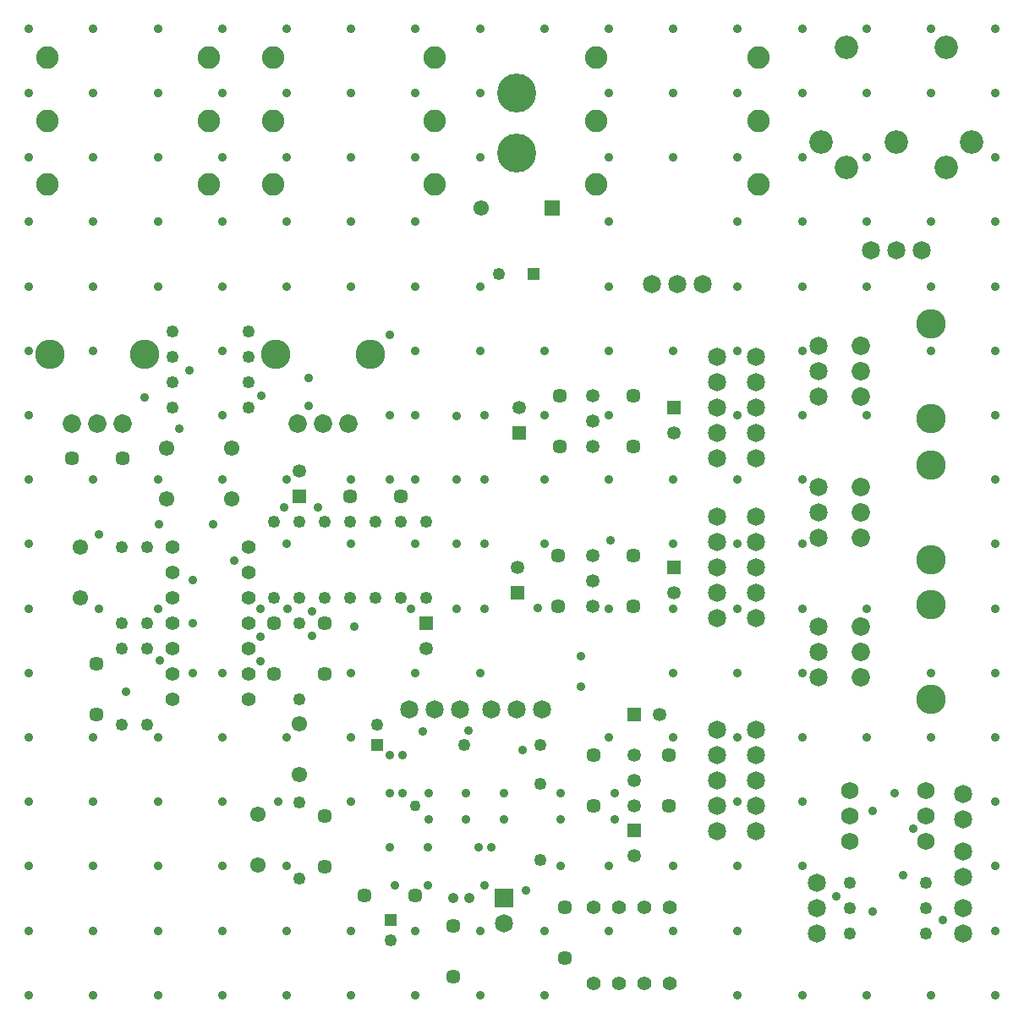
<source format=gbs>
G04*
G04 #@! TF.GenerationSoftware,Altium Limited,Altium Designer,19.0.12 (326)*
G04*
G04 Layer_Color=16711935*
%FSLAX25Y25*%
%MOIN*%
G70*
G01*
G75*
%ADD16R,0.07191X0.07191*%
%ADD17C,0.07191*%
%ADD18C,0.04922*%
%ADD19R,0.04922X0.04922*%
%ADD20C,0.11614*%
%ADD21C,0.07284*%
%ADD22C,0.05591*%
%ADD23C,0.05709*%
%ADD24C,0.04213*%
%ADD25R,0.04922X0.04922*%
%ADD26C,0.08859*%
%ADD27C,0.09252*%
%ADD28C,0.15355*%
%ADD29R,0.06103X0.06103*%
%ADD30C,0.06103*%
%ADD31R,0.05315X0.05315*%
%ADD32C,0.05315*%
%ADD33R,0.05315X0.05315*%
%ADD34C,0.06890*%
%ADD35C,0.03591*%
%ADD36C,0.04291*%
D16*
X191500Y42500D02*
D03*
D17*
Y32500D02*
D03*
X315000Y38500D02*
D03*
Y28500D02*
D03*
Y48500D02*
D03*
X260000Y284500D02*
D03*
X270000D02*
D03*
X250000D02*
D03*
X346315Y298000D02*
D03*
X356315D02*
D03*
X336315D02*
D03*
X291000Y183000D02*
D03*
Y173000D02*
D03*
Y153000D02*
D03*
Y163000D02*
D03*
Y193000D02*
D03*
X275500Y183000D02*
D03*
Y173000D02*
D03*
Y153000D02*
D03*
Y163000D02*
D03*
Y193000D02*
D03*
X291000Y78915D02*
D03*
Y88915D02*
D03*
Y108915D02*
D03*
Y98915D02*
D03*
Y68915D02*
D03*
X275500Y78915D02*
D03*
Y88915D02*
D03*
Y108915D02*
D03*
Y98915D02*
D03*
Y68915D02*
D03*
X291000Y246000D02*
D03*
Y236000D02*
D03*
Y216000D02*
D03*
Y226000D02*
D03*
Y256000D02*
D03*
X275500Y246000D02*
D03*
Y236000D02*
D03*
Y216000D02*
D03*
Y226000D02*
D03*
Y256000D02*
D03*
X315500Y139685D02*
D03*
Y149685D02*
D03*
Y129685D02*
D03*
Y194685D02*
D03*
Y204685D02*
D03*
Y184685D02*
D03*
Y250315D02*
D03*
Y260315D02*
D03*
Y240315D02*
D03*
X372500Y38500D02*
D03*
Y28500D02*
D03*
Y61000D02*
D03*
Y51000D02*
D03*
Y83500D02*
D03*
Y73500D02*
D03*
X164449Y117000D02*
D03*
X174449D02*
D03*
X154449D02*
D03*
X196600D02*
D03*
X206600D02*
D03*
X186600D02*
D03*
D18*
X141500Y111000D02*
D03*
X328000Y28500D02*
D03*
X358000D02*
D03*
X328000Y38500D02*
D03*
X358000D02*
D03*
X328000Y48500D02*
D03*
X358000D02*
D03*
X189610Y288494D02*
D03*
X176000Y103000D02*
D03*
X206000D02*
D03*
Y57800D02*
D03*
Y87800D02*
D03*
X147000Y26000D02*
D03*
X111000Y151000D02*
D03*
Y121000D02*
D03*
X161000Y161000D02*
D03*
Y191000D02*
D03*
X151000Y161000D02*
D03*
Y191000D02*
D03*
X141000Y161000D02*
D03*
Y191000D02*
D03*
X131000Y161000D02*
D03*
Y191000D02*
D03*
X121000D02*
D03*
Y161000D02*
D03*
X111000D02*
D03*
Y191000D02*
D03*
X101000Y161000D02*
D03*
Y191000D02*
D03*
X111000Y50200D02*
D03*
Y80200D02*
D03*
X51000Y111000D02*
D03*
Y141000D02*
D03*
X41000D02*
D03*
Y111000D02*
D03*
X51000Y151000D02*
D03*
Y181000D02*
D03*
X41000D02*
D03*
Y151000D02*
D03*
X91000Y266000D02*
D03*
X61000D02*
D03*
Y256000D02*
D03*
X91000D02*
D03*
X61000Y246000D02*
D03*
X91000D02*
D03*
Y236000D02*
D03*
X61000D02*
D03*
D19*
X141500Y103120D02*
D03*
X147000Y33880D02*
D03*
D20*
X360032Y158386D02*
D03*
Y120984D02*
D03*
Y213386D02*
D03*
Y175984D02*
D03*
Y269016D02*
D03*
Y231614D02*
D03*
X49902Y257122D02*
D03*
X12500D02*
D03*
X138902D02*
D03*
X101500D02*
D03*
D21*
X332472Y129642D02*
D03*
Y139685D02*
D03*
Y149728D02*
D03*
Y184643D02*
D03*
Y194685D02*
D03*
Y204728D02*
D03*
Y240272D02*
D03*
Y250315D02*
D03*
Y260357D02*
D03*
X21158Y229563D02*
D03*
X31201D02*
D03*
X41243D02*
D03*
X110158D02*
D03*
X120201D02*
D03*
X130243D02*
D03*
D22*
X256896Y39000D02*
D03*
X236896D02*
D03*
X226896D02*
D03*
X246896D02*
D03*
X256896Y9000D02*
D03*
X246896D02*
D03*
X226896D02*
D03*
X236896D02*
D03*
X91000Y121000D02*
D03*
Y131000D02*
D03*
Y181000D02*
D03*
X61000D02*
D03*
X91000Y141000D02*
D03*
Y151000D02*
D03*
Y171000D02*
D03*
Y161000D02*
D03*
X61000Y171000D02*
D03*
Y161000D02*
D03*
Y151000D02*
D03*
Y141000D02*
D03*
Y131000D02*
D03*
Y121000D02*
D03*
D23*
X215500Y39000D02*
D03*
Y19000D02*
D03*
X256500Y78915D02*
D03*
Y98915D02*
D03*
X227000D02*
D03*
Y78915D02*
D03*
X171600Y11500D02*
D03*
Y31500D02*
D03*
X136500Y43500D02*
D03*
X156500D02*
D03*
X242500Y157500D02*
D03*
Y177500D02*
D03*
X213000D02*
D03*
Y157500D02*
D03*
X242500Y220500D02*
D03*
Y240500D02*
D03*
X213500D02*
D03*
Y220500D02*
D03*
X121000Y151000D02*
D03*
Y131000D02*
D03*
X101000D02*
D03*
Y151000D02*
D03*
X151000Y201000D02*
D03*
X131000D02*
D03*
X121000Y55142D02*
D03*
Y75142D02*
D03*
X31000Y135000D02*
D03*
Y115000D02*
D03*
X21200Y216000D02*
D03*
X41200D02*
D03*
D24*
X171500Y42531D02*
D03*
X177831D02*
D03*
D25*
X203390Y288494D02*
D03*
D26*
X164449Y324000D02*
D03*
X100551D02*
D03*
X164449Y374000D02*
D03*
X100551D02*
D03*
X164449Y349000D02*
D03*
X100551D02*
D03*
X75449Y324000D02*
D03*
X11551D02*
D03*
X75449Y374000D02*
D03*
X11551D02*
D03*
X75449Y349000D02*
D03*
X11551D02*
D03*
X292000Y324000D02*
D03*
X228102D02*
D03*
X292000Y374000D02*
D03*
X228102D02*
D03*
X292000Y349000D02*
D03*
X228102D02*
D03*
D27*
X316787Y340598D02*
D03*
X346315D02*
D03*
X375842D02*
D03*
X326630Y378000D02*
D03*
X366000D02*
D03*
Y330756D02*
D03*
X326630D02*
D03*
D28*
X196500Y336378D02*
D03*
Y360000D02*
D03*
D29*
X210500Y314500D02*
D03*
D30*
X182500D02*
D03*
X110900Y111223D02*
D03*
Y91223D02*
D03*
X94500Y55542D02*
D03*
Y75542D02*
D03*
X24500Y181000D02*
D03*
Y161000D02*
D03*
X84300Y220000D02*
D03*
Y200000D02*
D03*
X58800Y220000D02*
D03*
Y200000D02*
D03*
D31*
X243000Y114915D02*
D03*
D32*
X253000D02*
D03*
X243000Y78915D02*
D03*
Y88915D02*
D03*
Y98915D02*
D03*
Y59415D02*
D03*
X226500Y177500D02*
D03*
Y167500D02*
D03*
Y157500D02*
D03*
X258500Y163000D02*
D03*
X197000Y173000D02*
D03*
X226500Y240500D02*
D03*
Y230500D02*
D03*
Y220500D02*
D03*
X258500Y226000D02*
D03*
X197500Y236000D02*
D03*
X161000Y141000D02*
D03*
X111000Y211000D02*
D03*
D33*
X243000Y69415D02*
D03*
X258500Y173000D02*
D03*
X197000Y163000D02*
D03*
X258500Y236000D02*
D03*
X197500Y226000D02*
D03*
X161000Y151000D02*
D03*
X111000Y201000D02*
D03*
D34*
X358000Y84900D02*
D03*
X328000Y85000D02*
D03*
X358000Y74900D02*
D03*
Y64900D02*
D03*
X328000Y74900D02*
D03*
Y64900D02*
D03*
D35*
X146625Y207600D02*
D03*
X146559Y264505D02*
D03*
X146625Y233000D02*
D03*
X199000Y100885D02*
D03*
X177500Y108500D02*
D03*
X159500Y108263D02*
D03*
X63708Y227500D02*
D03*
X353000Y70000D02*
D03*
X345500Y84000D02*
D03*
X364725Y33880D02*
D03*
X322500Y43427D02*
D03*
X337000Y37437D02*
D03*
X349000Y51500D02*
D03*
X337000Y77081D02*
D03*
X102496Y80600D02*
D03*
X184000Y47500D02*
D03*
X161525Y62500D02*
D03*
X162000Y73549D02*
D03*
X146625Y84000D02*
D03*
X233500Y183615D02*
D03*
X205000Y156881D02*
D03*
X68972Y131400D02*
D03*
X31877Y186000D02*
D03*
Y156800D02*
D03*
X173000Y232612D02*
D03*
X184000Y232838D02*
D03*
X173000Y207600D02*
D03*
X184000D02*
D03*
X173000Y182200D02*
D03*
X184000D02*
D03*
X173000Y156800D02*
D03*
X184000D02*
D03*
X222000Y137853D02*
D03*
Y126000D02*
D03*
X200181Y45500D02*
D03*
X214000Y55210D02*
D03*
X42500Y123991D02*
D03*
X56000Y136237D02*
D03*
X55500Y189863D02*
D03*
X77000D02*
D03*
X118410Y196500D02*
D03*
X105024D02*
D03*
X155000Y156800D02*
D03*
X95640Y136000D02*
D03*
X132500Y149739D02*
D03*
X115942Y146000D02*
D03*
X95640Y145497D02*
D03*
X106219Y156500D02*
D03*
X116000Y155806D02*
D03*
X95640Y156500D02*
D03*
X85228Y175500D02*
D03*
X68972Y167925D02*
D03*
Y151000D02*
D03*
X67500Y250780D02*
D03*
X96000Y240674D02*
D03*
X114500Y247500D02*
D03*
Y236773D02*
D03*
X49902Y240000D02*
D03*
X161525Y47500D02*
D03*
X148500Y47610D02*
D03*
X235332Y73749D02*
D03*
Y84000D02*
D03*
X214000Y73749D02*
D03*
Y84000D02*
D03*
X309200Y309200D02*
D03*
X156800Y283800D02*
D03*
Y360000D02*
D03*
X29800Y207600D02*
D03*
X233000Y106000D02*
D03*
X156800Y334600D02*
D03*
X131400Y385400D02*
D03*
X55200Y283800D02*
D03*
Y385400D02*
D03*
X29800Y29800D02*
D03*
X283800Y106000D02*
D03*
X233000Y334600D02*
D03*
X80600Y29800D02*
D03*
X156800Y131400D02*
D03*
X131400Y309200D02*
D03*
X258400Y258400D02*
D03*
X309200Y334600D02*
D03*
X131400Y80600D02*
D03*
X283800Y55200D02*
D03*
X385400Y334600D02*
D03*
X80600Y4400D02*
D03*
X29800Y360000D02*
D03*
X385400D02*
D03*
X4400Y207600D02*
D03*
X29800Y334600D02*
D03*
X80600Y385400D02*
D03*
X207600D02*
D03*
X233000Y55200D02*
D03*
X4400Y4400D02*
D03*
Y283800D02*
D03*
X283800Y4400D02*
D03*
X29800Y283800D02*
D03*
X182200Y131400D02*
D03*
X385400Y80600D02*
D03*
X360000Y4400D02*
D03*
X233000Y385400D02*
D03*
X385400Y156800D02*
D03*
X4400Y106000D02*
D03*
X360000D02*
D03*
X258400Y156800D02*
D03*
X182200Y258400D02*
D03*
X283800Y131400D02*
D03*
X55200Y360000D02*
D03*
X309200Y385400D02*
D03*
X258400Y131400D02*
D03*
X131400Y360000D02*
D03*
X55200Y29800D02*
D03*
X309200Y106000D02*
D03*
X106000Y207600D02*
D03*
X258400Y55200D02*
D03*
X131400Y283800D02*
D03*
X4400Y131400D02*
D03*
X233000Y207600D02*
D03*
X207600Y258400D02*
D03*
X156800Y207600D02*
D03*
X283800Y360000D02*
D03*
X309200Y207600D02*
D03*
Y80600D02*
D03*
X207600Y182200D02*
D03*
X29800Y258400D02*
D03*
X55200Y80600D02*
D03*
X131400Y334600D02*
D03*
X309200Y182200D02*
D03*
X29800Y309200D02*
D03*
X258400Y207600D02*
D03*
Y29800D02*
D03*
X4400Y182200D02*
D03*
Y334600D02*
D03*
X80600Y106000D02*
D03*
X156800Y182200D02*
D03*
X80600Y283800D02*
D03*
X29800Y385400D02*
D03*
X334600Y334600D02*
D03*
X80600Y258400D02*
D03*
X385400Y131400D02*
D03*
X131400Y207600D02*
D03*
X385400Y309200D02*
D03*
X360000Y360000D02*
D03*
X283800Y309200D02*
D03*
X309200Y283800D02*
D03*
X385400Y258400D02*
D03*
X156800Y385400D02*
D03*
X207600Y29800D02*
D03*
X233000Y283800D02*
D03*
X156800Y309200D02*
D03*
X182200Y283800D02*
D03*
X283800Y385400D02*
D03*
X360000Y283800D02*
D03*
X258400Y334600D02*
D03*
X283800Y156800D02*
D03*
X4400Y233000D02*
D03*
Y360000D02*
D03*
Y80600D02*
D03*
X258400Y182200D02*
D03*
X4400Y29800D02*
D03*
X258400Y385400D02*
D03*
X309200Y4400D02*
D03*
X106000Y55200D02*
D03*
X55200D02*
D03*
X233000Y29800D02*
D03*
X131400Y4400D02*
D03*
X106000Y385400D02*
D03*
X385400D02*
D03*
X106000Y182200D02*
D03*
X131400Y29800D02*
D03*
X385400Y4400D02*
D03*
X4400Y385400D02*
D03*
X80600Y360000D02*
D03*
Y207600D02*
D03*
X283800Y283800D02*
D03*
X182200Y29800D02*
D03*
X131400Y182200D02*
D03*
X80600Y55200D02*
D03*
X309200D02*
D03*
X55200Y309200D02*
D03*
X156800Y233000D02*
D03*
X334600Y4400D02*
D03*
X233000Y258400D02*
D03*
X283800Y233000D02*
D03*
X4400Y156800D02*
D03*
X334600Y233000D02*
D03*
X283800Y334600D02*
D03*
X309200Y258400D02*
D03*
X182200Y385400D02*
D03*
X156800Y258400D02*
D03*
Y29800D02*
D03*
X106000Y360000D02*
D03*
X207600Y4400D02*
D03*
X29800Y80600D02*
D03*
X360000Y385400D02*
D03*
X334600Y309200D02*
D03*
X80600Y80600D02*
D03*
X29800Y106000D02*
D03*
X55200D02*
D03*
X283800Y29800D02*
D03*
X334600Y106000D02*
D03*
X156800Y4400D02*
D03*
X385400Y207600D02*
D03*
X106000Y4400D02*
D03*
X334600Y360000D02*
D03*
X106000Y29800D02*
D03*
X233000Y233000D02*
D03*
X29800Y55200D02*
D03*
X283800Y258400D02*
D03*
X131400Y131400D02*
D03*
X385400Y29800D02*
D03*
X55200Y4400D02*
D03*
X182200Y360000D02*
D03*
X283800Y207600D02*
D03*
X207600D02*
D03*
X80600Y131400D02*
D03*
X385400Y106000D02*
D03*
X334600Y156800D02*
D03*
X80600Y334600D02*
D03*
X4400Y309200D02*
D03*
X182200Y334600D02*
D03*
X309200Y156800D02*
D03*
X80600Y233000D02*
D03*
X309200Y360000D02*
D03*
X233000Y309200D02*
D03*
Y360000D02*
D03*
X29800Y4400D02*
D03*
X55200Y207600D02*
D03*
Y156800D02*
D03*
X258400Y360000D02*
D03*
X360000Y131400D02*
D03*
X283800Y182200D02*
D03*
X106000Y334600D02*
D03*
X131400Y106000D02*
D03*
X4400Y55200D02*
D03*
X385400Y233000D02*
D03*
X360000Y258400D02*
D03*
X182200Y4400D02*
D03*
X385400Y55200D02*
D03*
X258400Y106000D02*
D03*
X233000Y156800D02*
D03*
X385400Y182200D02*
D03*
X334600Y283800D02*
D03*
X207600Y233000D02*
D03*
X55200Y334600D02*
D03*
X106000Y283800D02*
D03*
X334600Y385400D02*
D03*
X309200Y131400D02*
D03*
X106000Y309200D02*
D03*
X283800Y80600D02*
D03*
X309200Y233000D02*
D03*
X80600Y309200D02*
D03*
X4400Y258400D02*
D03*
X106000Y106000D02*
D03*
X385400Y283800D02*
D03*
X360000Y309200D02*
D03*
X191500Y73749D02*
D03*
Y84000D02*
D03*
X176517Y73549D02*
D03*
X162000Y84000D02*
D03*
X146500Y62500D02*
D03*
X186500D02*
D03*
X181500D02*
D03*
X176517Y84000D02*
D03*
X151525Y98915D02*
D03*
X146600D02*
D03*
X151525Y84000D02*
D03*
D36*
X156580Y78915D02*
D03*
M02*

</source>
